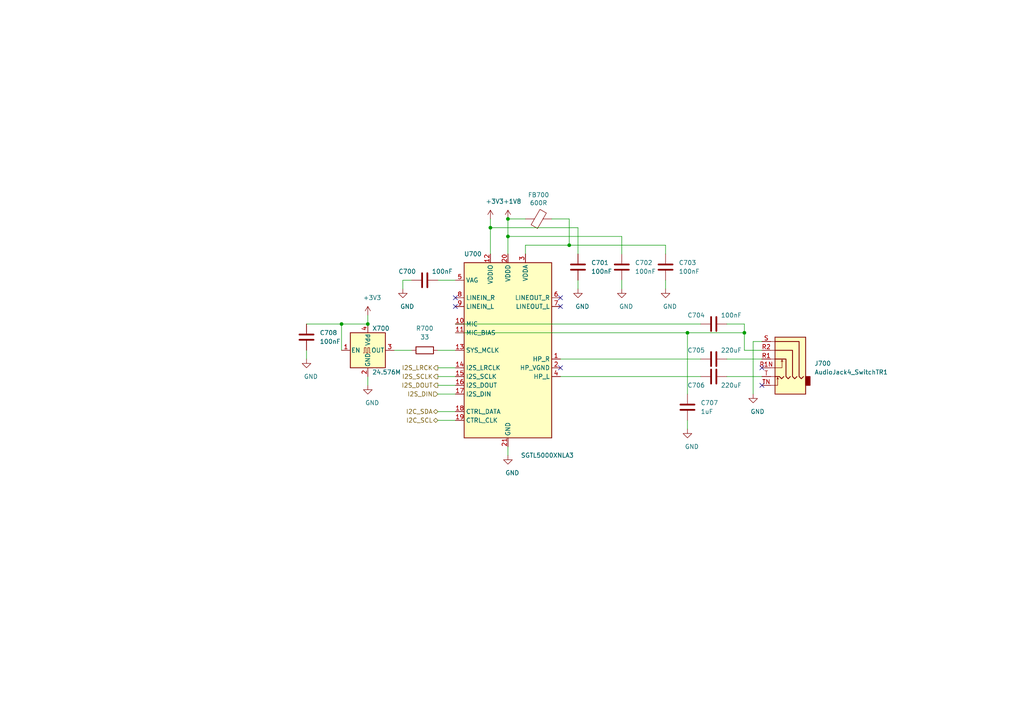
<source format=kicad_sch>
(kicad_sch (version 20210123) (generator eeschema)
  (paper "A4")
  (title_block (title "Dramite") (date "2021-01-22") (rev "R0.1") (company "Wenting Zhang") (comment 1 "zephray@outlook.com"))
  (lib_symbols
    (symbol "Audio:SGTL5000XNLA3"
      (property "Reference" "U" (at 0 0 0))
      (property "Value" "SGTL5000XNLA3" (at -5.08 -27.94 0))
      (symbol "SGTL5000XNLA3_0_1"
        (rectangle (start -12.7 25.4) (end 12.7 -25.4) (stroke (width 0.254)) (fill (type background)))
      )
      (symbol "SGTL5000XNLA3_1_1"
        (pin output line (at 15.24 -2.54 180) (length 2.54) (name "HP_R") (number "1"))
        (pin input line (at -15.24 7.62 0) (length 2.54) (name "MIC") (number "10"))
        (pin input line (at -15.24 5.08 0) (length 2.54) (name "MIC_BIAS") (number "11"))
        (pin power_in line (at -5.08 27.94 270) (length 2.54) (name "VDDIO") (number "12"))
        (pin input line (at -15.24 0 0) (length 2.54) (name "SYS_MCLK") (number "13"))
        (pin input line (at -15.24 -5.08 0) (length 2.54) (name "I2S_LRCLK") (number "14"))
        (pin input line (at -15.24 -7.62 0) (length 2.54) (name "I2S_SCLK") (number "15"))
        (pin output line (at -15.24 -10.16 0) (length 2.54) (name "I2S_DOUT") (number "16"))
        (pin input line (at -15.24 -12.7 0) (length 2.54) (name "I2S_DIN") (number "17"))
        (pin input line (at -15.24 -17.78 0) (length 2.54) (name "CTRL_DATA") (number "18"))
        (pin input line (at -15.24 -20.32 0) (length 2.54) (name "CTRL_CLK") (number "19"))
        (pin power_out line (at 15.24 -5.08 180) (length 2.54) (name "HP_VGND") (number "2"))
        (pin power_in line (at 0 27.94 270) (length 2.54) (name "VDDD") (number "20"))
        (pin power_in line (at 0 -27.94 90) (length 2.54) (name "GND") (number "21"))
        (pin power_in line (at 5.08 27.94 270) (length 2.54) (name "VDDA") (number "3"))
        (pin output line (at 15.24 -7.62 180) (length 2.54) (name "HP_L") (number "4"))
        (pin passive line (at -15.24 20.32 0) (length 2.54) (name "VAG") (number "5"))
        (pin output line (at 15.24 15.24 180) (length 2.54) (name "LINEOUT_R") (number "6"))
        (pin output line (at 15.24 12.7 180) (length 2.54) (name "LINEOUT_L") (number "7"))
        (pin input line (at -15.24 15.24 0) (length 2.54) (name "LINEIN_R") (number "8"))
        (pin input line (at -15.24 12.7 0) (length 2.54) (name "LINEIN_L") (number "9"))
      )
    )
    (symbol "Connector:AudioJack4_SwitchTR1"
      (property "Reference" "J" (at 0 11.43 0))
      (property "Value" "AudioJack4_SwitchTR1" (at 0 8.89 0))
      (symbol "AudioJack4_SwitchTR1_0_1"
        (rectangle (start -7.62 -5.08) (end -8.89 -7.62) (stroke (width 0.254)) (fill (type outline)))
        (rectangle (start 1.27 6.35) (end -7.62 -10.16) (stroke (width 0.254)) (fill (type background)))
        (polyline (pts (xy 1.27 -5.08) (xy 2.54 -5.08)))
        (polyline (pts (xy 1.27 2.54) (xy 2.54 2.54)))
        (polyline (pts (xy 2.54 0) (xy 1.27 0)))
        (polyline (pts (xy 2.54 5.08) (xy 1.27 5.08)))
      )
      (symbol "AudioJack4_SwitchTR1_1_1"
        (polyline (pts (xy -0.762 -0.254) (xy -0.508 -0.762)))
        (polyline (pts (xy 0.508 -5.334) (xy 0.762 -5.842)))
        (polyline (pts (xy -1.27 -5.08) (xy -0.635 -5.715) (xy 0 -5.08) (xy 1.27 -5.08)) (stroke (width 0.254)))
        (polyline (pts (xy 2.54 -7.62) (xy 0.508 -7.62) (xy 0.508 -5.334) (xy 0.254 -5.842)))
        (polyline (pts (xy 2.54 -2.54) (xy -0.762 -2.54) (xy -0.762 -0.254) (xy -1.016 -0.762)))
        (polyline (pts (xy -3.175 -5.08) (xy -2.54 -5.715) (xy -1.905 -5.08) (xy -1.905 0) (xy 1.27 0)) (stroke (width 0.254)))
        (polyline (pts (xy 1.27 2.54) (xy -3.81 2.54) (xy -3.81 -5.08) (xy -4.445 -5.715) (xy -5.08 -5.08)) (stroke (width 0.254)))
        (polyline (pts (xy 1.27 5.08) (xy -5.715 5.08) (xy -5.715 -5.08) (xy -6.35 -5.715) (xy -6.985 -5.08)) (stroke (width 0.254)))
        (pin passive line (at 5.08 0 180) (length 2.54) (name "~") (number "R1"))
        (pin passive line (at 5.08 -2.54 180) (length 2.54) (name "~") (number "R1N"))
        (pin passive line (at 5.08 2.54 180) (length 2.54) (name "~") (number "R2"))
        (pin passive line (at 5.08 5.08 180) (length 2.54) (name "~") (number "S"))
        (pin passive line (at 5.08 -5.08 180) (length 2.54) (name "~") (number "T"))
        (pin passive line (at 5.08 -7.62 180) (length 2.54) (name "~") (number "TN"))
      )
    )
    (symbol "Device:C" (pin_numbers hide) (pin_names (offset 0.254))
      (property "Reference" "C" (at 0.635 2.54 0))
      (property "Value" "C" (at 0.635 -2.54 0))
      (symbol "C_0_1"
        (polyline (pts (xy -2.032 -0.762) (xy 2.032 -0.762)) (stroke (width 0.508)))
        (polyline (pts (xy -2.032 0.762) (xy 2.032 0.762)) (stroke (width 0.508)))
      )
      (symbol "C_1_1"
        (pin passive line (at 0 3.81 270) (length 2.794) (name "~") (number "1"))
        (pin passive line (at 0 -3.81 90) (length 2.794) (name "~") (number "2"))
      )
    )
    (symbol "Device:Ferrite_Bead" (pin_numbers hide) (pin_names (offset 0))
      (property "Reference" "FB" (at -3.81 0.635 90))
      (property "Value" "Device_Ferrite_Bead" (at 3.81 0 90))
      (symbol "Ferrite_Bead_0_1"
        (polyline (pts (xy 0 -1.27) (xy 0 -1.2192)))
        (polyline (pts (xy 0 1.27) (xy 0 1.2954)))
        (polyline (pts (xy -2.7686 0.4064) (xy -1.7018 2.2606) (xy 2.7686 -0.3048) (xy 1.6764 -2.159) (xy -2.7686 0.4064)))
      )
      (symbol "Ferrite_Bead_1_1"
        (pin passive line (at 0 3.81 270) (length 2.54) (name "~") (number "1"))
        (pin passive line (at 0 -3.81 90) (length 2.54) (name "~") (number "2"))
      )
    )
    (symbol "Device:R" (pin_numbers hide) (pin_names (offset 0))
      (property "Reference" "R" (at 2.032 0 90))
      (property "Value" "R" (at 0 0 90))
      (symbol "R_0_1"
        (rectangle (start -1.016 -2.54) (end 1.016 2.54) (stroke (width 0.254)))
      )
      (symbol "R_1_1"
        (pin passive line (at 0 3.81 270) (length 1.27) (name "~") (number "1"))
        (pin passive line (at 0 -3.81 90) (length 1.27) (name "~") (number "2"))
      )
    )
    (symbol "Oscillator:ASE-xxxMHz" (pin_names (offset 0.254))
      (property "Reference" "X" (at -5.08 6.35 0))
      (property "Value" "ASE-xxxMHz" (at 1.27 -6.35 0))
      (symbol "ASE-xxxMHz_0_1"
        (rectangle (start -5.08 5.08) (end 5.08 -5.08) (stroke (width 0.254)) (fill (type background)))
        (polyline (pts (xy -1.27 -0.762) (xy -1.016 -0.762) (xy -1.016 0.762) (xy -0.508 0.762) (xy -0.508 -0.762) (xy 0 -0.762) (xy 0 0.762) (xy 0.508 0.762) (xy 0.508 -0.762) (xy 0.762 -0.762)))
      )
      (symbol "ASE-xxxMHz_1_1"
        (pin input line (at -7.62 0 0) (length 2.54) (name "EN") (number "1"))
        (pin power_in line (at 0 -7.62 90) (length 2.54) (name "GND") (number "2"))
        (pin output line (at 7.62 0 180) (length 2.54) (name "OUT") (number "3"))
        (pin power_in line (at 0 7.62 270) (length 2.54) (name "Vdd") (number "4"))
      )
    )
    (symbol "power:+1V8" (power) (pin_names (offset 0))
      (property "Value" "+1V8" (at 0 3.556 0))
      (symbol "+1V8_0_1"
        (polyline (pts (xy -0.762 1.27) (xy 0 2.54)))
        (polyline (pts (xy 0 0) (xy 0 2.54)))
        (polyline (pts (xy 0 2.54) (xy 0.762 1.27)))
      )
      (symbol "+1V8_1_1"
        (pin power_in line (at 0 0 90) (length 0) hide (name "+1V8") (number "1"))
      )
    )
    (symbol "power:+3V3" (power) (pin_names (offset 0))
      (property "Value" "+3V3" (at 0 3.556 0))
      (symbol "+3V3_0_1"
        (polyline (pts (xy -0.762 1.27) (xy 0 2.54)))
        (polyline (pts (xy 0 0) (xy 0 2.54)))
        (polyline (pts (xy 0 2.54) (xy 0.762 1.27)))
      )
      (symbol "+3V3_1_1"
        (pin power_in line (at 0 0 90) (length 0) hide (name "+3V3") (number "1"))
      )
    )
    (symbol "power:GND" (power) (pin_names (offset 0))
      (property "Value" "GND" (at 0 -3.81 0))
      (symbol "GND_0_1"
        (polyline (pts (xy 0 0) (xy 0 -1.27) (xy 1.27 -1.27) (xy 0 -2.54) (xy -1.27 -1.27) (xy 0 -1.27)))
      )
      (symbol "GND_1_1"
        (pin power_in line (at 0 0 270) (length 0) hide (name "GND") (number "1"))
      )
    )
  )
  (junction (at 99.06 93.98) (diameter 0.9144))
  (junction (at 106.68 93.98) (diameter 0.9144))
  (junction (at 142.24 66.04) (diameter 0.9144))
  (junction (at 147.32 63.5) (diameter 0.9144))
  (junction (at 147.32 68.58) (diameter 0.9144))
  (junction (at 165.1 71.12) (diameter 0.9144))
  (junction (at 199.39 96.52) (diameter 0.9144))
  (junction (at 215.9 96.52) (diameter 0.9144))
  (no_connect (at 132.08 86.36))
  (no_connect (at 132.08 88.9))
  (no_connect (at 162.56 86.36))
  (no_connect (at 162.56 88.9))
  (no_connect (at 162.56 106.68))
  (no_connect (at 220.98 106.68))
  (no_connect (at 220.98 111.76))
  (wire (pts (xy 88.9 93.98) (xy 99.06 93.98)))
  (wire (pts (xy 88.9 101.6) (xy 88.9 104.14)))
  (wire (pts (xy 99.06 93.98) (xy 106.68 93.98)))
  (wire (pts (xy 99.06 101.6) (xy 99.06 93.98)))
  (wire (pts (xy 106.68 91.44) (xy 106.68 93.98)))
  (wire (pts (xy 106.68 109.22) (xy 106.68 111.76)))
  (wire (pts (xy 114.3 101.6) (xy 119.38 101.6)))
  (wire (pts (xy 116.84 81.28) (xy 116.84 83.82)))
  (wire (pts (xy 119.38 81.28) (xy 116.84 81.28)))
  (wire (pts (xy 127 81.28) (xy 132.08 81.28)))
  (wire (pts (xy 127 101.6) (xy 132.08 101.6)))
  (wire (pts (xy 127 106.68) (xy 132.08 106.68)))
  (wire (pts (xy 127 109.22) (xy 132.08 109.22)))
  (wire (pts (xy 127 111.76) (xy 132.08 111.76)))
  (wire (pts (xy 127 114.3) (xy 132.08 114.3)))
  (wire (pts (xy 127 119.38) (xy 132.08 119.38)))
  (wire (pts (xy 127 121.92) (xy 132.08 121.92)))
  (wire (pts (xy 132.08 93.98) (xy 203.2 93.98)))
  (wire (pts (xy 132.08 96.52) (xy 199.39 96.52)))
  (wire (pts (xy 142.24 63.5) (xy 142.24 66.04)))
  (wire (pts (xy 142.24 66.04) (xy 142.24 73.66)))
  (wire (pts (xy 147.32 63.5) (xy 147.32 68.58)))
  (wire (pts (xy 147.32 63.5) (xy 152.4 63.5)))
  (wire (pts (xy 147.32 68.58) (xy 147.32 73.66)))
  (wire (pts (xy 147.32 129.54) (xy 147.32 132.08)))
  (wire (pts (xy 152.4 71.12) (xy 165.1 71.12)))
  (wire (pts (xy 152.4 73.66) (xy 152.4 71.12)))
  (wire (pts (xy 160.02 63.5) (xy 165.1 63.5)))
  (wire (pts (xy 162.56 104.14) (xy 203.2 104.14)))
  (wire (pts (xy 162.56 109.22) (xy 203.2 109.22)))
  (wire (pts (xy 165.1 63.5) (xy 165.1 71.12)))
  (wire (pts (xy 165.1 71.12) (xy 193.04 71.12)))
  (wire (pts (xy 167.64 66.04) (xy 142.24 66.04)))
  (wire (pts (xy 167.64 73.66) (xy 167.64 66.04)))
  (wire (pts (xy 167.64 81.28) (xy 167.64 83.82)))
  (wire (pts (xy 180.34 68.58) (xy 147.32 68.58)))
  (wire (pts (xy 180.34 73.66) (xy 180.34 68.58)))
  (wire (pts (xy 180.34 81.28) (xy 180.34 83.82)))
  (wire (pts (xy 193.04 71.12) (xy 193.04 73.66)))
  (wire (pts (xy 193.04 81.28) (xy 193.04 83.82)))
  (wire (pts (xy 199.39 96.52) (xy 199.39 114.3)))
  (wire (pts (xy 199.39 96.52) (xy 215.9 96.52)))
  (wire (pts (xy 199.39 121.92) (xy 199.39 124.46)))
  (wire (pts (xy 210.82 93.98) (xy 215.9 93.98)))
  (wire (pts (xy 210.82 104.14) (xy 220.98 104.14)))
  (wire (pts (xy 210.82 109.22) (xy 220.98 109.22)))
  (wire (pts (xy 215.9 93.98) (xy 215.9 96.52)))
  (wire (pts (xy 215.9 96.52) (xy 215.9 101.6)))
  (wire (pts (xy 215.9 101.6) (xy 220.98 101.6)))
  (wire (pts (xy 218.44 99.06) (xy 218.44 114.3)))
  (wire (pts (xy 220.98 99.06) (xy 218.44 99.06)))
  (hierarchical_label "I2S_LRCK" (shape output) (at 127 106.68 180))
  (hierarchical_label "I2S_SCLK" (shape output) (at 127 109.22 180))
  (hierarchical_label "I2S_DOUT" (shape output) (at 127 111.76 180))
  (hierarchical_label "I2S_DIN" (shape input) (at 127 114.3 180))
  (hierarchical_label "I2C_SDA" (shape bidirectional) (at 127 119.38 180))
  (hierarchical_label "I2C_SCL" (shape bidirectional) (at 127 121.92 180))
  (symbol (lib_id "power:+3V3") (at 106.68 91.44 0) (unit 1)
    (property "Reference" "#PWR0153" (effects hide))
    (property "Value" "+3V3" (at 107.95 86.36 0))
  )
  (symbol (lib_id "power:+3V3") (at 142.24 63.5 0) (unit 1)
    (property "Reference" "#PWR0148" (effects hide))
    (property "Value" "+3V3" (at 143.51 58.42 0))
  )
  (symbol (lib_id "power:+1V8") (at 147.32 63.5 0) (unit 1)
    (property "Reference" "#PWR0149" (effects hide))
    (property "Value" "+1V8" (at 148.59 58.42 0))
  )
  (symbol (lib_id "power:GND") (at 88.9 104.14 0) (unit 1)
    (property "Reference" "#PWR0155" (effects hide))
    (property "Value" "GND" (at 90.17 109.22 0))
  )
  (symbol (lib_id "power:GND") (at 106.68 111.76 0) (unit 1)
    (property "Reference" "#PWR0156" (effects hide))
    (property "Value" "GND" (at 107.95 116.84 0))
  )
  (symbol (lib_id "power:GND") (at 116.84 83.82 0) (unit 1)
    (property "Reference" "#PWR0154" (effects hide))
    (property "Value" "GND" (at 118.11 88.9 0))
  )
  (symbol (lib_id "power:GND") (at 147.32 132.08 0) (unit 1)
    (property "Reference" "#PWR0147" (effects hide))
    (property "Value" "GND" (at 148.59 137.16 0))
  )
  (symbol (lib_id "power:GND") (at 167.64 83.82 0) (unit 1)
    (property "Reference" "#PWR0151" (effects hide))
    (property "Value" "GND" (at 168.91 88.9 0))
  )
  (symbol (lib_id "power:GND") (at 180.34 83.82 0) (unit 1)
    (property "Reference" "#PWR0152" (effects hide))
    (property "Value" "GND" (at 181.61 88.9 0))
  )
  (symbol (lib_id "power:GND") (at 193.04 83.82 0) (unit 1)
    (property "Reference" "#PWR0157" (effects hide))
    (property "Value" "GND" (at 194.31 88.9 0))
  )
  (symbol (lib_id "power:GND") (at 199.39 124.46 0) (unit 1)
    (property "Reference" "#PWR0146" (effects hide))
    (property "Value" "GND" (at 200.66 129.54 0))
  )
  (symbol (lib_id "power:GND") (at 218.44 114.3 0) (unit 1)
    (property "Reference" "#PWR0158" (effects hide))
    (property "Value" "GND" (at 219.71 119.38 0))
  )
  (symbol (lib_id "Device:R") (at 123.19 101.6 90) (unit 1)
    (property "Reference" "R700" (at 123.19 95.25 90))
    (property "Value" "33" (at 123.19 97.79 90))
    (property "Footprint" "Resistor_SMD:R_0402_1005Metric" (effects hide))
  )
  (symbol (lib_id "Device:C") (at 88.9 97.79 0) (unit 1)
    (property "Reference" "C708" (at 92.71 96.52 0) (effects (justify left)))
    (property "Value" "100nF" (at 92.71 99.06 0) (effects (justify left)))
    (property "Footprint" "Capacitor_SMD:C_0402_1005Metric" (effects hide))
  )
  (symbol (lib_id "Device:C") (at 123.19 81.28 90) (unit 1)
    (property "Reference" "C700" (at 118.11 78.74 90))
    (property "Value" "100nF" (at 128.27 78.74 90))
    (property "Footprint" "Capacitor_SMD:C_0402_1005Metric" (effects hide))
  )
  (symbol (lib_id "Device:C") (at 167.64 77.47 0) (unit 1)
    (property "Reference" "C701" (at 171.45 76.2 0) (effects (justify left)))
    (property "Value" "100nF" (at 171.45 78.74 0) (effects (justify left)))
    (property "Footprint" "Capacitor_SMD:C_0402_1005Metric" (effects hide))
  )
  (symbol (lib_id "Device:C") (at 180.34 77.47 0) (unit 1)
    (property "Reference" "C702" (at 184.15 76.2 0) (effects (justify left)))
    (property "Value" "100nF" (at 184.15 78.74 0) (effects (justify left)))
    (property "Footprint" "Capacitor_SMD:C_0402_1005Metric" (effects hide))
  )
  (symbol (lib_id "Device:C") (at 193.04 77.47 0) (unit 1)
    (property "Reference" "C703" (at 196.85 76.2 0) (effects (justify left)))
    (property "Value" "100nF" (at 196.85 78.74 0) (effects (justify left)))
    (property "Footprint" "Capacitor_SMD:C_0402_1005Metric" (effects hide))
  )
  (symbol (lib_id "Device:C") (at 199.39 118.11 0) (unit 1)
    (property "Reference" "C707" (at 203.2 116.84 0) (effects (justify left)))
    (property "Value" "1uF" (at 203.2 119.38 0) (effects (justify left)))
    (property "Footprint" "Capacitor_SMD:C_0402_1005Metric" (effects hide))
  )
  (symbol (lib_id "Device:C") (at 207.01 93.98 90) (unit 1)
    (property "Reference" "C704" (at 201.93 91.44 90))
    (property "Value" "100nF" (at 212.09 91.44 90))
    (property "Footprint" "Capacitor_SMD:C_0402_1005Metric" (effects hide))
  )
  (symbol (lib_id "Device:C") (at 207.01 104.14 90) (unit 1)
    (property "Reference" "C705" (at 201.93 101.6 90))
    (property "Value" "220uF" (at 212.09 101.6 90))
    (property "Footprint" "Capacitor_SMD:C_1206_3216Metric" (effects hide))
  )
  (symbol (lib_id "Device:C") (at 207.01 109.22 90) (unit 1)
    (property "Reference" "C706" (at 201.93 111.76 90))
    (property "Value" "220uF" (at 212.09 111.76 90))
    (property "Footprint" "Capacitor_SMD:C_1206_3216Metric" (effects hide))
  )
  (symbol (lib_id "Device:Ferrite_Bead") (at 156.21 63.5 270) (unit 1)
    (property "Reference" "FB700" (at 156.21 56.54 90))
    (property "Value" "600R" (at 156.21 58.8518 90))
  )
  (symbol (lib_id "Connector:AudioJack4_SwitchTR1") (at 226.06 104.14 0) (mirror y) (unit 1)
    (property "Reference" "J700" (at 236.22 105.41 0) (effects (justify right)))
    (property "Value" "AudioJack4_SwitchTR1" (at 236.22 107.95 0) (effects (justify right)))
    (property "Footprint" "footprints:Jack_3.5mm_PJ342CB" (effects hide))
  )
  (symbol (lib_id "Oscillator:ASE-xxxMHz") (at 106.68 101.6 0) (unit 1)
    (property "Reference" "X700" (at 107.95 95.25 0) (effects (justify left)))
    (property "Value" "24.576M" (at 107.95 107.95 0) (effects (justify left)))
    (property "Footprint" "Oscillator:Oscillator_SMD_Abracon_ASE-4Pin_3.2x2.5mm" (effects hide))
    (property "Datasheet" "http://www.abracon.com/Oscillators/ASV.pdf" (effects hide))
  )
  (symbol (lib_id "Audio:SGTL5000XNLA3") (at 147.32 101.6 0) (unit 1)
    (property "Reference" "U700" (at 137.16 73.66 0))
    (property "Value" "SGTL5000XNLA3" (at 158.75 132.08 0))
    (property "Footprint" "Package_DFN_QFN:QFN-20-1EP_3x3mm_P0.4mm_EP1.65x1.65mm" (effects hide))
    (property "Datasheet" "https://www.nxp.com/docs/en/data-sheet/SGTL5000.pdf" (effects hide))
  )
)
</source>
